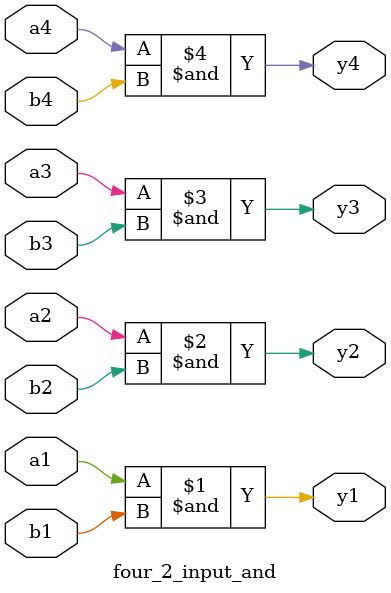
<source format=v>
`timescale 1ns / 1ps

module four_2_input_and #(parameter DELAY = 10)(
    input wire a1,b1,a2,b2,a3,b3,a4,b4,
    output wire y1,y2,y3,y4
    );
    
    and #DELAY (y1,a1,b1);
    and #DELAY (y2,a2,b2);
    and #DELAY (y3,a3,b3);
    and #DELAY (y4,a4,b4);
    
endmodule

</source>
